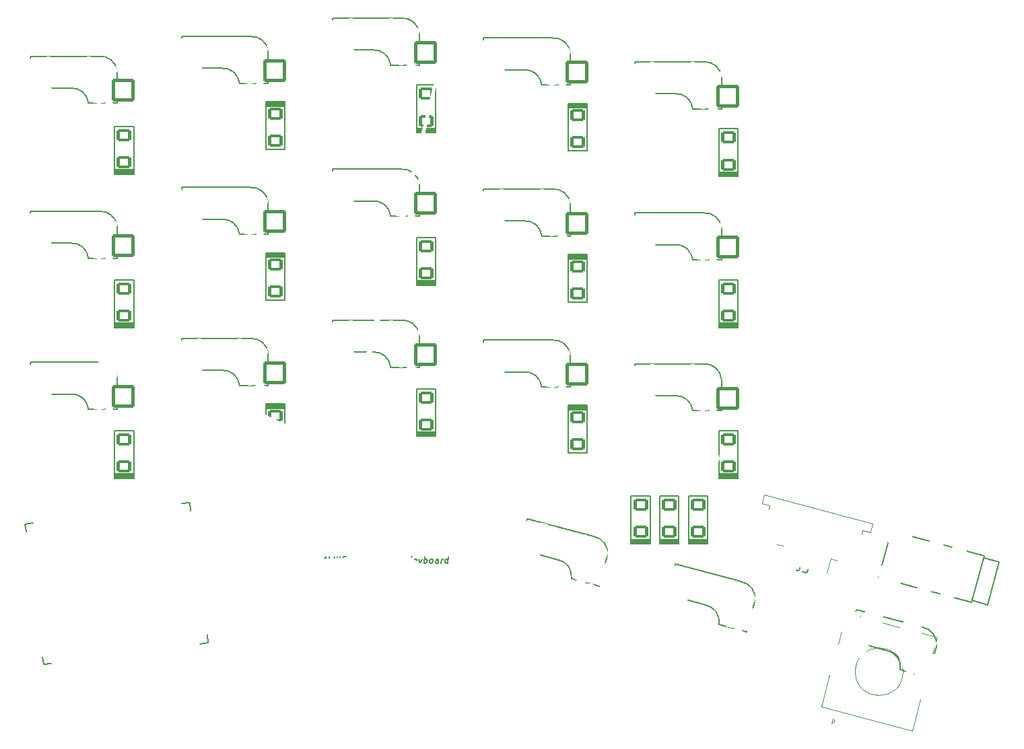
<source format=gto>
G04 #@! TF.GenerationSoftware,KiCad,Pcbnew,7.0.5*
G04 #@! TF.CreationDate,2024-01-08T16:38:30+08:00*
G04 #@! TF.ProjectId,awkb_v2_mx,61776b62-5f76-4325-9f6d-782e6b696361,rev?*
G04 #@! TF.SameCoordinates,Original*
G04 #@! TF.FileFunction,Legend,Top*
G04 #@! TF.FilePolarity,Positive*
%FSLAX46Y46*%
G04 Gerber Fmt 4.6, Leading zero omitted, Abs format (unit mm)*
G04 Created by KiCad (PCBNEW 7.0.5) date 2024-01-08 16:38:30*
%MOMM*%
%LPD*%
G01*
G04 APERTURE LIST*
G04 Aperture macros list*
%AMRoundRect*
0 Rectangle with rounded corners*
0 $1 Rounding radius*
0 $2 $3 $4 $5 $6 $7 $8 $9 X,Y pos of 4 corners*
0 Add a 4 corners polygon primitive as box body*
4,1,4,$2,$3,$4,$5,$6,$7,$8,$9,$2,$3,0*
0 Add four circle primitives for the rounded corners*
1,1,$1+$1,$2,$3*
1,1,$1+$1,$4,$5*
1,1,$1+$1,$6,$7*
1,1,$1+$1,$8,$9*
0 Add four rect primitives between the rounded corners*
20,1,$1+$1,$2,$3,$4,$5,0*
20,1,$1+$1,$4,$5,$6,$7,0*
20,1,$1+$1,$6,$7,$8,$9,0*
20,1,$1+$1,$8,$9,$2,$3,0*%
%AMHorizOval*
0 Thick line with rounded ends*
0 $1 width*
0 $2 $3 position (X,Y) of the first rounded end (center of the circle)*
0 $4 $5 position (X,Y) of the second rounded end (center of the circle)*
0 Add line between two ends*
20,1,$1,$2,$3,$4,$5,0*
0 Add two circle primitives to create the rounded ends*
1,1,$1,$2,$3*
1,1,$1,$4,$5*%
%AMFreePoly0*
4,1,37,1.246537,1.440756,1.265589,1.436966,1.337677,1.407108,1.353828,1.396317,1.409017,1.341128,1.419808,1.324977,1.449666,1.252889,1.453456,1.233837,1.457300,1.194816,1.457300,-0.746760,1.437494,-0.833537,1.398722,-0.888181,0.900881,-1.386021,0.825516,-1.433377,0.759460,-1.444600,-1.207516,-1.444600,-1.246537,-1.440756,-1.265589,-1.436966,-1.337677,-1.407108,-1.353828,-1.396317,
-1.409017,-1.341128,-1.419808,-1.324977,-1.449666,-1.252889,-1.453456,-1.233837,-1.457300,-1.194816,-1.457301,1.194816,-1.453456,1.233837,-1.449666,1.252889,-1.419808,1.324977,-1.409017,1.341128,-1.353828,1.396317,-1.337677,1.407108,-1.265589,1.436966,-1.246537,1.440756,-1.207516,1.444600,1.207516,1.444600,1.246537,1.440756,1.246537,1.440756,$1*%
%AMFreePoly1*
4,1,414,-2.663564,6.707050,-2.641221,6.706150,-2.627714,6.704682,-2.557310,6.692154,-2.496946,6.671026,-2.423852,6.631355,-2.413687,6.625023,-2.398814,6.614472,-2.158972,6.440888,-1.894926,6.250226,-1.604825,6.041150,-1.340970,5.851270,-1.340970,5.851269,-0.908659,5.540346,1.016000,5.540345,1.102777,5.520541,1.172366,5.465043,1.210986,5.384850,1.216000,5.340346,1.216000,4.009931,
1.299751,3.950054,1.397604,3.879440,1.472196,3.823385,1.475820,3.820528,1.531511,3.774507,1.538834,3.767818,1.574924,3.731412,1.599100,3.701843,1.617824,3.673864,1.642241,3.623128,1.650707,3.596451,1.659584,3.549979,1.661424,3.523819,1.657476,3.467890,1.643544,3.402871,1.621142,3.344696,1.575521,3.265763,1.570063,3.257327,1.474398,3.124598,1.474399,3.124598,
1.399655,3.020777,1.341070,2.939228,1.295956,2.876188,1.262955,2.829761,1.239581,2.796469,1.228629,2.780518,1.228382,2.778534,1.226098,2.749223,1.223899,2.705055,1.221971,2.645262,1.220353,2.568240,1.219044,2.472608,1.218021,2.356402,1.217250,2.217703,1.216700,2.054330,1.216701,2.054330,1.216336,1.864310,1.216122,1.646064,1.216022,1.397277,1.216000,1.156191,
1.216000,-0.508000,1.196194,-0.594777,1.140698,-0.664366,1.060504,-0.702986,1.016000,-0.708000,-1.300867,-0.708000,-1.317305,-0.721955,-1.374130,-0.762724,-1.456184,-0.797217,-1.462328,-0.798196,-1.521438,-0.806672,-1.610148,-0.799384,-1.618523,-0.796529,-1.683626,-0.772720,-1.726325,-0.750993,-1.765907,-0.724447,-1.770550,-0.721139,-1.786681,-0.708933,-4.832406,-0.708000,-4.919177,-0.688166,
-4.988750,-0.632650,-5.027344,-0.552444,-5.032345,-0.508064,-5.032395,-0.352086,-5.032421,-0.271829,-3.059387,-0.271830,-2.944889,-0.271615,-2.944888,-0.271615,-2.758679,-0.271042,-2.580739,-0.270256,-2.580738,-0.270256,-2.414939,-0.269261,-2.414940,-0.269261,-2.402157,-0.269159,-2.423194,-0.254061,-2.551428,-0.161856,-2.680405,-0.068976,-2.801942,0.018686,-2.907841,0.095225,-2.951636,0.126949,
-3.041522,0.192069,-3.054493,0.201448,-3.054493,-0.250384,-3.059387,-0.271830,-5.032421,-0.271829,-5.033035,1.627051,-5.116088,1.686225,-5.284226,1.806363,-5.425283,1.907915,-5.540186,1.991566,-5.630162,2.058240,-5.695871,2.108467,-5.698372,2.110442,-5.741778,2.145869,-5.747390,2.150809,-5.763238,2.165850,-5.804603,2.221793,-5.831146,2.275116,-5.852084,2.361626,-5.851576,2.378731,
-5.846892,2.443206,-5.827099,2.516549,-5.820642,2.529758,-5.788356,2.595805,-5.784989,2.601633,-4.580894,2.601633,-4.580837,2.458573,-4.580478,2.346570,-4.579555,2.262461,-4.577881,2.203736,-4.577285,2.194667,-4.548415,2.172831,-4.483289,2.124673,-4.404467,2.067194,-4.317291,2.004343,-4.304320,1.995049,-3.789717,1.626690,-3.693155,1.557418,-3.588658,1.482202,-3.493513,1.413516,
-3.493469,1.417579,-3.492215,1.570234,-3.491128,1.743282,-3.490225,1.934674,-3.489527,2.141404,-3.489052,2.361431,-3.488816,2.592405,-3.488794,2.690627,-3.488794,4.145613,-3.780439,4.145613,-3.797838,4.121466,-3.833847,4.071538,-3.884822,4.000919,-3.945645,3.916699,-4.011204,3.825953,-4.061105,3.756906,-4.138874,3.649180,-4.227667,3.525969,-4.318193,3.400180,-4.401743,3.283907,
-4.432523,3.241007,-4.580894,3.034101,-4.580894,2.601633,-5.784989,2.601633,-5.781445,2.607769,-5.775409,2.616730,-5.747746,2.656569,-5.702905,2.720059,-5.642947,2.804351,-5.569964,2.906530,-5.486213,3.023444,-5.393993,3.151881,-5.295612,3.288617,-5.193407,3.430389,-5.157803,3.479711,-5.032345,3.653438,-5.032345,4.562763,-3.478749,4.562763,-3.254493,4.562763,-3.167716,4.542957,
-3.098127,4.487461,-3.059507,4.407267,-3.054493,4.362825,-3.053482,1.095367,-2.755790,0.881825,-2.538863,0.726188,-2.348318,0.589414,-2.182662,0.470425,-2.040390,0.368136,-1.919993,0.281460,-1.830611,0.216986,-1.818379,1.744532,-1.390887,1.744532,-1.390887,0.872621,-1.390687,0.684777,-1.390113,0.507776,-1.389488,0.395984,-1.362208,0.434001,-1.282405,0.545014,-1.202983,0.655306,
-1.126858,0.760817,-1.056931,0.857505,-0.996121,0.941303,-0.964901,0.984151,-0.913707,1.054538,-0.851488,1.140514,-0.788030,1.228536,-0.750017,1.281458,-0.468879,1.673602,-0.418955,1.742967,-0.420240,1.742985,-0.587428,1.744095,-0.788602,1.744526,-0.788601,1.744526,-0.819150,1.744532,-1.390887,1.744532,-1.818379,1.744532,-1.816764,1.946135,-1.816608,1.965721,-1.796105,2.052336,
-1.740054,2.121479,-1.659553,2.159454,-1.617377,2.164117,-0.111097,2.169868,0.138817,2.516086,0.227450,2.638853,0.320064,2.767098,0.411852,2.894166,0.498011,3.013410,0.573742,3.118189,0.634535,3.202258,0.779387,3.402484,0.778132,3.427196,0.736528,3.458396,0.663454,3.512361,0.580098,3.572686,0.503228,3.627241,0.499236,3.630032,0.490935,3.635826,-0.332040,3.040808,
-0.491563,2.925814,-0.643339,2.817068,-0.784955,2.716258,-0.914136,2.624974,-1.028637,2.544784,-1.126312,2.477194,-1.205320,2.423507,-1.263590,2.385237,-1.267202,2.382973,-1.300050,2.363349,-1.335772,2.346546,-1.341637,2.344468,-1.430043,2.334129,-1.514180,2.363173,-1.549349,2.390986,-1.568831,2.410314,-1.575615,2.417759,-1.612287,2.462315,-1.614024,2.464486,-1.661873,2.526034,
-1.719812,2.602912,-1.784355,2.690558,-1.813064,2.730129,-1.897224,2.846653,-1.992502,2.978597,-2.090826,3.114777,-2.184002,3.243845,-2.251013,3.336686,-2.319043,3.430882,-2.402203,3.545922,-2.402202,3.545922,-2.495312,3.674648,-2.495313,3.674648,-2.593439,3.810237,-2.593438,3.810237,-2.691394,3.945522,-2.790634,4.082500,-2.879547,4.205244,-2.970969,4.331572,-3.060519,4.455420,
-3.143837,4.570758,-3.216578,4.671573,-3.274379,4.751822,-3.283113,4.763969,-3.308252,4.798680,-3.309485,4.796953,-3.367768,4.715859,-3.427376,4.633472,-3.478749,4.562763,-5.032345,4.562763,-5.032345,5.088893,-4.580894,5.088894,-4.580894,4.835834,-4.580509,4.692777,-4.579279,4.581848,-4.578828,4.564933,-4.530979,4.564588,-4.453634,4.565158,-4.384004,4.566788,-4.373602,4.567285,
-4.372294,4.568938,-4.320581,4.638596,-4.253334,4.732398,-4.221007,4.778279,-4.190391,4.821521,-4.144475,4.885859,-4.088149,4.964468,-4.026093,5.050817,-3.998998,5.088421,-4.071032,5.088758,-4.179382,5.088875,-2.969943,5.088875,-2.904744,4.998038,-2.807937,4.863599,-2.691454,4.702178,-2.555289,4.513770,-2.555289,4.513770,-2.399346,4.298241,-2.399346,4.298240,-2.223932,4.056015,
-2.191157,4.010778,-2.057824,3.826715,-1.942489,3.667405,-1.843008,3.529873,-1.757234,3.411137,-1.683021,3.308215,-1.618222,3.218130,-1.560700,3.137912,-1.508322,3.064603,-1.458972,2.995262,-1.414225,2.932165,-1.359497,2.855894,-1.355693,2.850744,-1.307082,2.885041,-1.205315,2.957385,-1.088324,3.041002,-0.958198,3.134408,-0.818136,3.235324,-0.818137,3.235325,-0.691009,3.327222,
-0.540362,3.436266,-0.395328,3.541212,-0.258867,3.639921,-0.133822,3.730337,-0.023033,3.810409,0.070663,3.878086,0.112494,3.908272,0.101072,3.916610,0.054852,3.950351,-0.046932,4.023566,-0.165523,4.108922,-0.291229,4.199442,-0.413710,4.287679,-0.507292,4.355131,-0.507291,4.355131,-0.608845,4.428321,-0.608843,4.428321,-0.729816,4.515456,-0.729816,4.515456,-0.861943,4.610589,
-0.996814,4.707660,-1.126055,4.800645,-1.193145,4.848896,-1.193144,4.848896,-1.526707,5.088757,-2.969943,5.088875,-4.179382,5.088875,-4.196977,5.088894,-4.580894,5.088894,-5.032345,5.088893,-5.032345,5.340346,-5.012538,5.427123,-4.957043,5.496712,-4.876849,5.535332,-4.832345,5.540346,-3.672979,5.540346,-3.671844,5.541921,-2.774877,5.541921,-2.654613,5.541104,-2.503084,5.540526,
-2.354041,5.540346,-2.192679,5.540502,-2.154401,5.540618,-2.179528,5.558770,-2.410073,5.725327,-2.472505,5.770435,-2.549554,5.824927,-2.563214,5.834142,-2.593747,5.792542,-2.653498,5.710414,-2.716249,5.623563,-2.774877,5.541921,-3.671844,5.541921,-3.451646,5.847456,-3.331591,6.014124,-3.229883,6.155310,-3.144709,6.273254,-3.074211,6.370242,-3.016438,6.448685,-2.969891,6.510352,
-2.968577,6.512055,-2.931280,6.559320,-2.928782,6.562361,-2.897756,6.598645,-2.892800,6.604029,-2.864383,6.632720,-2.854177,6.641712,-2.832303,6.658487,-2.792701,6.682153,-2.779068,6.688291,-2.724859,6.703967,-2.712337,6.705731,-2.677032,6.707549,-2.663564,6.707050,-2.663564,6.707050,$1*%
%AMFreePoly2*
4,1,22,0.106406,0.569345,0.141421,0.541421,0.741421,-0.058579,0.788777,-0.133944,0.800000,-0.200000,0.800000,-0.400000,0.780193,-0.486777,0.724698,-0.556366,0.644504,-0.594986,0.600000,-0.600000,-0.600000,-0.600000,-0.686777,-0.580194,-0.756366,-0.524698,-0.794986,-0.444504,-0.800000,-0.400000,-0.800000,-0.200000,-0.780194,-0.113223,-0.741421,-0.058579,-0.141421,0.541421,-0.066056,0.588777,
0.022393,0.598742,0.106406,0.569345,0.106406,0.569345,$1*%
%AMFreePoly3*
4,1,26,0.686777,0.430194,0.756366,0.374698,0.794986,0.294504,0.800000,0.250000,0.800000,-1.000000,0.780194,-1.086777,0.724698,-1.156366,0.644504,-1.194986,0.555496,-1.194986,0.475302,-1.156366,0.458579,-1.141421,0.000000,-0.682842,-0.458579,-1.141421,-0.533944,-1.188778,-0.622393,-1.198742,-0.706406,-1.169345,-0.769345,-1.106406,-0.798742,-1.022393,-0.800000,-1.000000,-0.800000,0.250000,
-0.780194,0.336777,-0.724699,0.406366,-0.644505,0.444986,-0.600000,0.450000,0.600000,0.450000,0.686777,0.430194,0.686777,0.430194,$1*%
G04 Aperture macros list end*
%ADD10C,0.150000*%
%ADD11C,0.200000*%
%ADD12C,0.120000*%
%ADD13C,0.100000*%
%ADD14RoundRect,0.200000X0.700000X-0.600000X0.700000X0.600000X-0.700000X0.600000X-0.700000X-0.600000X0*%
%ADD15RoundRect,0.200000X-0.700000X0.600000X-0.700000X-0.600000X0.700000X-0.600000X0.700000X0.600000X0*%
%ADD16C,3.600000*%
%ADD17C,2.100000*%
%ADD18C,3.400000*%
%ADD19C,4.400000*%
%ADD20FreePoly0,345.000000*%
%ADD21RoundRect,0.200000X-1.524314X-0.880063X0.880063X-1.524314X1.524314X0.880063X-0.880063X1.524314X0*%
%ADD22FreePoly0,0.000000*%
%ADD23RoundRect,0.200000X-1.244597X-1.244597X1.244597X-1.244597X1.244597X1.244597X-1.244597X1.244597X0*%
%ADD24RoundRect,0.200000X0.553426X0.886986X-0.035788X1.044866X-0.553426X-0.886986X0.035788X-1.044866X0*%
%ADD25RoundRect,0.200000X1.760215X1.391849X-0.828466X2.085484X-1.760215X-1.391849X0.828466X-2.085484X0*%
%ADD26FreePoly1,35.000000*%
%ADD27C,1.200000*%
%ADD28HorizOval,2.000000X-0.193185X0.051764X0.193185X-0.051764X0*%
%ADD29C,2.400000*%
%ADD30RoundRect,0.200000X0.551815X-1.804300X1.380036X1.286662X-0.551815X1.804300X-1.380036X-1.286662X0*%
%ADD31C,2.000000*%
%ADD32FreePoly2,187.500000*%
%ADD33FreePoly2,7.500000*%
%ADD34FreePoly3,187.500000*%
%ADD35FreePoly3,7.500000*%
%ADD36RoundRect,0.425000X0.340272X0.400580X-0.094394X0.517049X-0.340272X-0.400580X0.094394X-0.517049X0*%
%ADD37HorizOval,1.300000X0.064705X0.241481X-0.064705X-0.241481X0*%
%ADD38C,1.100000*%
G04 APERTURE END LIST*
D10*
X131446026Y-129412917D02*
X131826978Y-129412917D01*
X131341264Y-129641489D02*
X131707931Y-128841489D01*
X131707931Y-128841489D02*
X131874597Y-129641489D01*
X132165073Y-128841489D02*
X132255550Y-129641489D01*
X132255550Y-129641489D02*
X132479359Y-129070060D01*
X132479359Y-129070060D02*
X132560311Y-129641489D01*
X132560311Y-129641489D02*
X132850788Y-128841489D01*
X133055550Y-129641489D02*
X133155550Y-128841489D01*
X133512693Y-129641489D02*
X133226978Y-129184346D01*
X133612693Y-128841489D02*
X133098407Y-129298632D01*
X134174597Y-129222441D02*
X134284121Y-129260536D01*
X134284121Y-129260536D02*
X134317455Y-129298632D01*
X134317455Y-129298632D02*
X134346026Y-129374822D01*
X134346026Y-129374822D02*
X134331740Y-129489108D01*
X134331740Y-129489108D02*
X134284121Y-129565298D01*
X134284121Y-129565298D02*
X134241264Y-129603394D01*
X134241264Y-129603394D02*
X134160312Y-129641489D01*
X134160312Y-129641489D02*
X133855550Y-129641489D01*
X133855550Y-129641489D02*
X133955550Y-128841489D01*
X133955550Y-128841489D02*
X134222216Y-128841489D01*
X134222216Y-128841489D02*
X134293645Y-128879584D01*
X134293645Y-128879584D02*
X134326978Y-128917679D01*
X134326978Y-128917679D02*
X134355550Y-128993870D01*
X134355550Y-128993870D02*
X134346026Y-129070060D01*
X134346026Y-129070060D02*
X134298407Y-129146251D01*
X134298407Y-129146251D02*
X134255550Y-129184346D01*
X134255550Y-129184346D02*
X134174597Y-129222441D01*
X134174597Y-129222441D02*
X133907931Y-129222441D01*
X135303169Y-129336727D02*
X135912693Y-129336727D01*
X136855550Y-129412917D02*
X137236502Y-129412917D01*
X136750788Y-129641489D02*
X137117455Y-128841489D01*
X137117455Y-128841489D02*
X137284121Y-129641489D01*
X138184121Y-128841489D02*
X138274598Y-129641489D01*
X138274598Y-129641489D02*
X138498407Y-129070060D01*
X138498407Y-129070060D02*
X138579359Y-129641489D01*
X138579359Y-129641489D02*
X138869836Y-128841489D01*
X139384122Y-129603394D02*
X139303169Y-129641489D01*
X139303169Y-129641489D02*
X139150788Y-129641489D01*
X139150788Y-129641489D02*
X139079360Y-129603394D01*
X139079360Y-129603394D02*
X139050788Y-129527203D01*
X139050788Y-129527203D02*
X139088884Y-129222441D01*
X139088884Y-129222441D02*
X139136503Y-129146251D01*
X139136503Y-129146251D02*
X139217455Y-129108155D01*
X139217455Y-129108155D02*
X139369836Y-129108155D01*
X139369836Y-129108155D02*
X139441264Y-129146251D01*
X139441264Y-129146251D02*
X139469836Y-129222441D01*
X139469836Y-129222441D02*
X139460312Y-129298632D01*
X139460312Y-129298632D02*
X139069836Y-129374822D01*
X139760312Y-129641489D02*
X139826978Y-129108155D01*
X139860312Y-128841489D02*
X139817455Y-128879584D01*
X139817455Y-128879584D02*
X139850788Y-128917679D01*
X139850788Y-128917679D02*
X139893645Y-128879584D01*
X139893645Y-128879584D02*
X139860312Y-128841489D01*
X139860312Y-128841489D02*
X139850788Y-128917679D01*
X140141264Y-129641489D02*
X140207930Y-129108155D01*
X140188883Y-129260536D02*
X140236502Y-129184346D01*
X140236502Y-129184346D02*
X140279359Y-129146251D01*
X140279359Y-129146251D02*
X140360311Y-129108155D01*
X140360311Y-129108155D02*
X140436502Y-129108155D01*
X140979359Y-129641489D02*
X141079359Y-128841489D01*
X140984121Y-129603394D02*
X140903168Y-129641489D01*
X140903168Y-129641489D02*
X140750788Y-129641489D01*
X140750788Y-129641489D02*
X140679359Y-129603394D01*
X140679359Y-129603394D02*
X140646026Y-129565298D01*
X140646026Y-129565298D02*
X140617454Y-129489108D01*
X140617454Y-129489108D02*
X140646026Y-129260536D01*
X140646026Y-129260536D02*
X140693645Y-129184346D01*
X140693645Y-129184346D02*
X140736502Y-129146251D01*
X140736502Y-129146251D02*
X140817454Y-129108155D01*
X140817454Y-129108155D02*
X140969835Y-129108155D01*
X140969835Y-129108155D02*
X141041264Y-129146251D01*
X141969836Y-129641489D02*
X142069836Y-128841489D01*
X142426979Y-129641489D02*
X142141264Y-129184346D01*
X142526979Y-128841489D02*
X142012693Y-129298632D01*
X143079360Y-129603394D02*
X142998407Y-129641489D01*
X142998407Y-129641489D02*
X142846026Y-129641489D01*
X142846026Y-129641489D02*
X142774598Y-129603394D01*
X142774598Y-129603394D02*
X142746026Y-129527203D01*
X142746026Y-129527203D02*
X142784122Y-129222441D01*
X142784122Y-129222441D02*
X142831741Y-129146251D01*
X142831741Y-129146251D02*
X142912693Y-129108155D01*
X142912693Y-129108155D02*
X143065074Y-129108155D01*
X143065074Y-129108155D02*
X143136502Y-129146251D01*
X143136502Y-129146251D02*
X143165074Y-129222441D01*
X143165074Y-129222441D02*
X143155550Y-129298632D01*
X143155550Y-129298632D02*
X142765074Y-129374822D01*
X143446026Y-129108155D02*
X143569836Y-129641489D01*
X143826978Y-129108155D02*
X143569836Y-129641489D01*
X143569836Y-129641489D02*
X143469836Y-129831965D01*
X143469836Y-129831965D02*
X143426978Y-129870060D01*
X143426978Y-129870060D02*
X143346026Y-129908155D01*
X144065074Y-129641489D02*
X144165074Y-128841489D01*
X144126979Y-129146251D02*
X144207931Y-129108155D01*
X144207931Y-129108155D02*
X144360312Y-129108155D01*
X144360312Y-129108155D02*
X144431740Y-129146251D01*
X144431740Y-129146251D02*
X144465074Y-129184346D01*
X144465074Y-129184346D02*
X144493645Y-129260536D01*
X144493645Y-129260536D02*
X144465074Y-129489108D01*
X144465074Y-129489108D02*
X144417455Y-129565298D01*
X144417455Y-129565298D02*
X144374598Y-129603394D01*
X144374598Y-129603394D02*
X144293645Y-129641489D01*
X144293645Y-129641489D02*
X144141264Y-129641489D01*
X144141264Y-129641489D02*
X144069836Y-129603394D01*
X144903170Y-129641489D02*
X144831741Y-129603394D01*
X144831741Y-129603394D02*
X144798408Y-129565298D01*
X144798408Y-129565298D02*
X144769836Y-129489108D01*
X144769836Y-129489108D02*
X144798408Y-129260536D01*
X144798408Y-129260536D02*
X144846027Y-129184346D01*
X144846027Y-129184346D02*
X144888884Y-129146251D01*
X144888884Y-129146251D02*
X144969836Y-129108155D01*
X144969836Y-129108155D02*
X145084122Y-129108155D01*
X145084122Y-129108155D02*
X145155550Y-129146251D01*
X145155550Y-129146251D02*
X145188884Y-129184346D01*
X145188884Y-129184346D02*
X145217455Y-129260536D01*
X145217455Y-129260536D02*
X145188884Y-129489108D01*
X145188884Y-129489108D02*
X145141265Y-129565298D01*
X145141265Y-129565298D02*
X145098408Y-129603394D01*
X145098408Y-129603394D02*
X145017455Y-129641489D01*
X145017455Y-129641489D02*
X144903170Y-129641489D01*
X145855551Y-129641489D02*
X145907932Y-129222441D01*
X145907932Y-129222441D02*
X145879360Y-129146251D01*
X145879360Y-129146251D02*
X145807932Y-129108155D01*
X145807932Y-129108155D02*
X145655551Y-129108155D01*
X145655551Y-129108155D02*
X145574599Y-129146251D01*
X145860313Y-129603394D02*
X145779360Y-129641489D01*
X145779360Y-129641489D02*
X145588884Y-129641489D01*
X145588884Y-129641489D02*
X145517456Y-129603394D01*
X145517456Y-129603394D02*
X145488884Y-129527203D01*
X145488884Y-129527203D02*
X145498408Y-129451013D01*
X145498408Y-129451013D02*
X145546027Y-129374822D01*
X145546027Y-129374822D02*
X145626980Y-129336727D01*
X145626980Y-129336727D02*
X145817456Y-129336727D01*
X145817456Y-129336727D02*
X145898408Y-129298632D01*
X146236504Y-129641489D02*
X146303170Y-129108155D01*
X146284123Y-129260536D02*
X146331742Y-129184346D01*
X146331742Y-129184346D02*
X146374599Y-129146251D01*
X146374599Y-129146251D02*
X146455551Y-129108155D01*
X146455551Y-129108155D02*
X146531742Y-129108155D01*
X147074599Y-129641489D02*
X147174599Y-128841489D01*
X147079361Y-129603394D02*
X146998408Y-129641489D01*
X146998408Y-129641489D02*
X146846028Y-129641489D01*
X146846028Y-129641489D02*
X146774599Y-129603394D01*
X146774599Y-129603394D02*
X146741266Y-129565298D01*
X146741266Y-129565298D02*
X146712694Y-129489108D01*
X146712694Y-129489108D02*
X146741266Y-129260536D01*
X146741266Y-129260536D02*
X146788885Y-129184346D01*
X146788885Y-129184346D02*
X146831742Y-129146251D01*
X146831742Y-129146251D02*
X146912694Y-129108155D01*
X146912694Y-129108155D02*
X147065075Y-129108155D01*
X147065075Y-129108155D02*
X147136504Y-129146251D01*
X131455550Y-130929489D02*
X131555550Y-130129489D01*
X131555550Y-130129489D02*
X131860312Y-130129489D01*
X131860312Y-130129489D02*
X131931740Y-130167584D01*
X131931740Y-130167584D02*
X131965074Y-130205679D01*
X131965074Y-130205679D02*
X131993645Y-130281870D01*
X131993645Y-130281870D02*
X131979359Y-130396155D01*
X131979359Y-130396155D02*
X131931740Y-130472346D01*
X131931740Y-130472346D02*
X131888883Y-130510441D01*
X131888883Y-130510441D02*
X131807931Y-130548536D01*
X131807931Y-130548536D02*
X131503169Y-130548536D01*
X132722216Y-130853298D02*
X132679359Y-130891394D01*
X132679359Y-130891394D02*
X132560312Y-130929489D01*
X132560312Y-130929489D02*
X132484121Y-130929489D01*
X132484121Y-130929489D02*
X132374597Y-130891394D01*
X132374597Y-130891394D02*
X132307931Y-130815203D01*
X132307931Y-130815203D02*
X132279359Y-130739013D01*
X132279359Y-130739013D02*
X132260312Y-130586632D01*
X132260312Y-130586632D02*
X132274597Y-130472346D01*
X132274597Y-130472346D02*
X132331740Y-130319965D01*
X132331740Y-130319965D02*
X132379359Y-130243774D01*
X132379359Y-130243774D02*
X132465074Y-130167584D01*
X132465074Y-130167584D02*
X132584121Y-130129489D01*
X132584121Y-130129489D02*
X132660312Y-130129489D01*
X132660312Y-130129489D02*
X132769836Y-130167584D01*
X132769836Y-130167584D02*
X132803169Y-130205679D01*
X133374597Y-130510441D02*
X133484121Y-130548536D01*
X133484121Y-130548536D02*
X133517455Y-130586632D01*
X133517455Y-130586632D02*
X133546026Y-130662822D01*
X133546026Y-130662822D02*
X133531740Y-130777108D01*
X133531740Y-130777108D02*
X133484121Y-130853298D01*
X133484121Y-130853298D02*
X133441264Y-130891394D01*
X133441264Y-130891394D02*
X133360312Y-130929489D01*
X133360312Y-130929489D02*
X133055550Y-130929489D01*
X133055550Y-130929489D02*
X133155550Y-130129489D01*
X133155550Y-130129489D02*
X133422216Y-130129489D01*
X133422216Y-130129489D02*
X133493645Y-130167584D01*
X133493645Y-130167584D02*
X133526978Y-130205679D01*
X133526978Y-130205679D02*
X133555550Y-130281870D01*
X133555550Y-130281870D02*
X133546026Y-130358060D01*
X133546026Y-130358060D02*
X133498407Y-130434251D01*
X133498407Y-130434251D02*
X133455550Y-130472346D01*
X133455550Y-130472346D02*
X133374597Y-130510441D01*
X133374597Y-130510441D02*
X133107931Y-130510441D01*
X134807931Y-130929489D02*
X134907931Y-130129489D01*
X134812693Y-130891394D02*
X134731740Y-130929489D01*
X134731740Y-130929489D02*
X134579360Y-130929489D01*
X134579360Y-130929489D02*
X134507931Y-130891394D01*
X134507931Y-130891394D02*
X134474598Y-130853298D01*
X134474598Y-130853298D02*
X134446026Y-130777108D01*
X134446026Y-130777108D02*
X134474598Y-130548536D01*
X134474598Y-130548536D02*
X134522217Y-130472346D01*
X134522217Y-130472346D02*
X134565074Y-130434251D01*
X134565074Y-130434251D02*
X134646026Y-130396155D01*
X134646026Y-130396155D02*
X134798407Y-130396155D01*
X134798407Y-130396155D02*
X134869836Y-130434251D01*
X135498408Y-130891394D02*
X135417455Y-130929489D01*
X135417455Y-130929489D02*
X135265074Y-130929489D01*
X135265074Y-130929489D02*
X135193646Y-130891394D01*
X135193646Y-130891394D02*
X135165074Y-130815203D01*
X135165074Y-130815203D02*
X135203170Y-130510441D01*
X135203170Y-130510441D02*
X135250789Y-130434251D01*
X135250789Y-130434251D02*
X135331741Y-130396155D01*
X135331741Y-130396155D02*
X135484122Y-130396155D01*
X135484122Y-130396155D02*
X135555550Y-130434251D01*
X135555550Y-130434251D02*
X135584122Y-130510441D01*
X135584122Y-130510441D02*
X135574598Y-130586632D01*
X135574598Y-130586632D02*
X135184122Y-130662822D01*
X135841264Y-130891394D02*
X135912693Y-130929489D01*
X135912693Y-130929489D02*
X136065074Y-130929489D01*
X136065074Y-130929489D02*
X136146026Y-130891394D01*
X136146026Y-130891394D02*
X136193645Y-130815203D01*
X136193645Y-130815203D02*
X136198407Y-130777108D01*
X136198407Y-130777108D02*
X136169836Y-130700917D01*
X136169836Y-130700917D02*
X136098407Y-130662822D01*
X136098407Y-130662822D02*
X135984122Y-130662822D01*
X135984122Y-130662822D02*
X135912693Y-130624727D01*
X135912693Y-130624727D02*
X135884122Y-130548536D01*
X135884122Y-130548536D02*
X135888884Y-130510441D01*
X135888884Y-130510441D02*
X135936503Y-130434251D01*
X135936503Y-130434251D02*
X136017455Y-130396155D01*
X136017455Y-130396155D02*
X136131741Y-130396155D01*
X136131741Y-130396155D02*
X136203169Y-130434251D01*
X136522217Y-130929489D02*
X136588883Y-130396155D01*
X136622217Y-130129489D02*
X136579360Y-130167584D01*
X136579360Y-130167584D02*
X136612693Y-130205679D01*
X136612693Y-130205679D02*
X136655550Y-130167584D01*
X136655550Y-130167584D02*
X136622217Y-130129489D01*
X136622217Y-130129489D02*
X136612693Y-130205679D01*
X137312693Y-130396155D02*
X137231740Y-131043774D01*
X137231740Y-131043774D02*
X137184121Y-131119965D01*
X137184121Y-131119965D02*
X137141264Y-131158060D01*
X137141264Y-131158060D02*
X137060312Y-131196155D01*
X137060312Y-131196155D02*
X136946026Y-131196155D01*
X136946026Y-131196155D02*
X136874597Y-131158060D01*
X137250788Y-130891394D02*
X137169835Y-130929489D01*
X137169835Y-130929489D02*
X137017455Y-130929489D01*
X137017455Y-130929489D02*
X136946026Y-130891394D01*
X136946026Y-130891394D02*
X136912693Y-130853298D01*
X136912693Y-130853298D02*
X136884121Y-130777108D01*
X136884121Y-130777108D02*
X136912693Y-130548536D01*
X136912693Y-130548536D02*
X136960312Y-130472346D01*
X136960312Y-130472346D02*
X137003169Y-130434251D01*
X137003169Y-130434251D02*
X137084121Y-130396155D01*
X137084121Y-130396155D02*
X137236502Y-130396155D01*
X137236502Y-130396155D02*
X137307931Y-130434251D01*
X137693645Y-130396155D02*
X137626979Y-130929489D01*
X137684122Y-130472346D02*
X137726979Y-130434251D01*
X137726979Y-130434251D02*
X137807931Y-130396155D01*
X137807931Y-130396155D02*
X137922217Y-130396155D01*
X137922217Y-130396155D02*
X137993645Y-130434251D01*
X137993645Y-130434251D02*
X138022217Y-130510441D01*
X138022217Y-130510441D02*
X137969836Y-130929489D01*
X138660313Y-130891394D02*
X138579360Y-130929489D01*
X138579360Y-130929489D02*
X138426979Y-130929489D01*
X138426979Y-130929489D02*
X138355551Y-130891394D01*
X138355551Y-130891394D02*
X138326979Y-130815203D01*
X138326979Y-130815203D02*
X138365075Y-130510441D01*
X138365075Y-130510441D02*
X138412694Y-130434251D01*
X138412694Y-130434251D02*
X138493646Y-130396155D01*
X138493646Y-130396155D02*
X138646027Y-130396155D01*
X138646027Y-130396155D02*
X138717455Y-130434251D01*
X138717455Y-130434251D02*
X138746027Y-130510441D01*
X138746027Y-130510441D02*
X138736503Y-130586632D01*
X138736503Y-130586632D02*
X138346027Y-130662822D01*
X139379360Y-130929489D02*
X139479360Y-130129489D01*
X139384122Y-130891394D02*
X139303169Y-130929489D01*
X139303169Y-130929489D02*
X139150789Y-130929489D01*
X139150789Y-130929489D02*
X139079360Y-130891394D01*
X139079360Y-130891394D02*
X139046027Y-130853298D01*
X139046027Y-130853298D02*
X139017455Y-130777108D01*
X139017455Y-130777108D02*
X139046027Y-130548536D01*
X139046027Y-130548536D02*
X139093646Y-130472346D01*
X139093646Y-130472346D02*
X139136503Y-130434251D01*
X139136503Y-130434251D02*
X139217455Y-130396155D01*
X139217455Y-130396155D02*
X139369836Y-130396155D01*
X139369836Y-130396155D02*
X139441265Y-130434251D01*
X140369837Y-130929489D02*
X140469837Y-130129489D01*
X140431742Y-130434251D02*
X140512694Y-130396155D01*
X140512694Y-130396155D02*
X140665075Y-130396155D01*
X140665075Y-130396155D02*
X140736503Y-130434251D01*
X140736503Y-130434251D02*
X140769837Y-130472346D01*
X140769837Y-130472346D02*
X140798408Y-130548536D01*
X140798408Y-130548536D02*
X140769837Y-130777108D01*
X140769837Y-130777108D02*
X140722218Y-130853298D01*
X140722218Y-130853298D02*
X140679361Y-130891394D01*
X140679361Y-130891394D02*
X140598408Y-130929489D01*
X140598408Y-130929489D02*
X140446027Y-130929489D01*
X140446027Y-130929489D02*
X140374599Y-130891394D01*
X141084123Y-130396155D02*
X141207933Y-130929489D01*
X141465075Y-130396155D02*
X141207933Y-130929489D01*
X141207933Y-130929489D02*
X141107933Y-131119965D01*
X141107933Y-131119965D02*
X141065075Y-131158060D01*
X141065075Y-131158060D02*
X140984123Y-131196155D01*
X142641266Y-130129489D02*
X142569838Y-130700917D01*
X142569838Y-130700917D02*
X142517457Y-130815203D01*
X142517457Y-130815203D02*
X142431742Y-130891394D01*
X142431742Y-130891394D02*
X142312695Y-130929489D01*
X142312695Y-130929489D02*
X142236504Y-130929489D01*
X142946028Y-130129489D02*
X143036505Y-130929489D01*
X143036505Y-130929489D02*
X143260314Y-130358060D01*
X143260314Y-130358060D02*
X143341266Y-130929489D01*
X143341266Y-130929489D02*
X143631743Y-130129489D01*
X143846029Y-130853298D02*
X143879362Y-130891394D01*
X143879362Y-130891394D02*
X143836505Y-130929489D01*
X143836505Y-130929489D02*
X143803171Y-130891394D01*
X143803171Y-130891394D02*
X143846029Y-130853298D01*
X143846029Y-130853298D02*
X143836505Y-130929489D01*
X191510881Y-129669978D02*
X191326011Y-130359925D01*
X191326011Y-130359925D02*
X191243040Y-130485590D01*
X191243040Y-130485590D02*
X191126398Y-130552933D01*
X191126398Y-130552933D02*
X190976083Y-130561956D01*
X190976083Y-130561956D02*
X190884091Y-130537306D01*
X191878853Y-129768576D02*
X192476807Y-129928797D01*
X192476807Y-129928797D02*
X192056234Y-130210496D01*
X192056234Y-130210496D02*
X192194224Y-130247470D01*
X192194224Y-130247470D02*
X192273892Y-130318116D01*
X192273892Y-130318116D02*
X192307564Y-130376437D01*
X192307564Y-130376437D02*
X192328911Y-130480755D01*
X192328911Y-130480755D02*
X192267287Y-130710737D01*
X192267287Y-130710737D02*
X192196641Y-130790405D01*
X192196641Y-130790405D02*
X192138320Y-130824077D01*
X192138320Y-130824077D02*
X192034002Y-130845424D01*
X192034002Y-130845424D02*
X191758024Y-130771476D01*
X191758024Y-130771476D02*
X191678355Y-130700830D01*
X191678355Y-130700830D02*
X191644684Y-130642509D01*
D11*
X181167650Y-93985194D02*
X183567650Y-93985194D01*
X183567650Y-93985194D02*
X183567650Y-99985194D01*
X183567650Y-99985194D02*
X181167650Y-99985194D01*
X181167650Y-99985194D02*
X181167650Y-93985194D01*
X183567650Y-99985194D02*
X181167650Y-99985194D01*
X181167650Y-99426794D01*
X183567650Y-99426794D01*
X183567650Y-99985194D01*
G36*
X183567650Y-99985194D02*
G01*
X181167650Y-99985194D01*
X181167650Y-99426794D01*
X183567650Y-99426794D01*
X183567650Y-99985194D01*
G37*
X164567952Y-96784794D02*
X162167952Y-96784794D01*
X162167952Y-96784794D02*
X162167952Y-90784794D01*
X162167952Y-90784794D02*
X164567952Y-90784794D01*
X164567952Y-90784794D02*
X164567952Y-96784794D01*
X164567952Y-91343194D02*
X162167952Y-91343194D01*
X162167952Y-90784794D01*
X164567952Y-90784794D01*
X164567952Y-91343194D01*
G36*
X164567952Y-91343194D02*
G01*
X162167952Y-91343194D01*
X162167952Y-90784794D01*
X164567952Y-90784794D01*
X164567952Y-91343194D01*
G37*
X126568352Y-115584594D02*
X124168352Y-115584594D01*
X124168352Y-115584594D02*
X124168352Y-109584594D01*
X124168352Y-109584594D02*
X126568352Y-109584594D01*
X126568352Y-109584594D02*
X126568352Y-115584594D01*
X126568352Y-110142994D02*
X124168352Y-110142994D01*
X124168352Y-109584594D01*
X126568352Y-109584594D01*
X126568352Y-110142994D01*
G36*
X126568352Y-110142994D02*
G01*
X124168352Y-110142994D01*
X124168352Y-109584594D01*
X126568352Y-109584594D01*
X126568352Y-110142994D01*
G37*
X170114152Y-121206794D02*
X172514152Y-121206794D01*
X172514152Y-121206794D02*
X172514152Y-127206794D01*
X172514152Y-127206794D02*
X170114152Y-127206794D01*
X170114152Y-127206794D02*
X170114152Y-121206794D01*
X172514152Y-127206794D02*
X170114152Y-127206794D01*
X170114152Y-126648394D01*
X172514152Y-126648394D01*
X172514152Y-127206794D01*
G36*
X172514152Y-127206794D02*
G01*
X170114152Y-127206794D01*
X170114152Y-126648394D01*
X172514152Y-126648394D01*
X172514152Y-127206794D01*
G37*
D10*
X175638301Y-129733059D02*
X183969412Y-131965373D01*
X174626837Y-133507897D02*
X175638301Y-129733059D01*
X174614931Y-133552330D02*
X179480951Y-134903798D01*
X185661161Y-134441606D02*
X184640119Y-138252183D01*
X184637790Y-138260876D02*
X181150798Y-137326540D01*
X181152181Y-137302063D02*
G75*
G03*
X179455767Y-134901192I-2048642J352229D01*
G01*
X185668653Y-134371144D02*
G75*
G03*
X183969412Y-131965374I-2052505J353265D01*
G01*
D11*
X164567952Y-115785194D02*
X162167952Y-115785194D01*
X162167952Y-115785194D02*
X162167952Y-109785194D01*
X162167952Y-109785194D02*
X164567952Y-109785194D01*
X164567952Y-109785194D02*
X164567952Y-115785194D01*
X164567952Y-110343594D02*
X162167952Y-110343594D01*
X162167952Y-109785194D01*
X164567952Y-109785194D01*
X164567952Y-110343594D01*
G36*
X164567952Y-110343594D02*
G01*
X162167952Y-110343594D01*
X162167952Y-109785194D01*
X164567952Y-109785194D01*
X164567952Y-110343594D01*
G37*
X143167752Y-107684794D02*
X145567752Y-107684794D01*
X145567752Y-107684794D02*
X145567752Y-113684794D01*
X145567752Y-113684794D02*
X143167752Y-113684794D01*
X143167752Y-113684794D02*
X143167752Y-107684794D01*
X145567752Y-113684794D02*
X143167752Y-113684794D01*
X143167752Y-113126394D01*
X145567752Y-113126394D01*
X145567752Y-113684794D01*
G36*
X145567752Y-113684794D02*
G01*
X143167752Y-113684794D01*
X143167752Y-113126394D01*
X145567752Y-113126394D01*
X145567752Y-113684794D01*
G37*
X181167650Y-74985394D02*
X183567650Y-74985394D01*
X183567650Y-74985394D02*
X183567650Y-80985394D01*
X183567650Y-80985394D02*
X181167650Y-80985394D01*
X181167650Y-80985394D02*
X181167650Y-74985394D01*
X183567650Y-80985394D02*
X181167650Y-80985394D01*
X181167650Y-80426994D01*
X183567650Y-80426994D01*
X183567650Y-80985394D01*
G36*
X183567650Y-80985394D02*
G01*
X181167650Y-80985394D01*
X181167650Y-80426994D01*
X183567650Y-80426994D01*
X183567650Y-80985394D01*
G37*
D10*
X151581141Y-63561724D02*
X160206141Y-63561724D01*
X151581141Y-67469724D02*
X151581141Y-63561724D01*
X151581141Y-67515724D02*
X156631141Y-67561724D01*
X162481141Y-65515724D02*
X162481141Y-69460724D01*
X162481141Y-69469724D02*
X158871141Y-69469724D01*
X158866141Y-69445723D02*
G75*
G03*
X156606141Y-67565725I-2069999J-190001D01*
G01*
X162470141Y-65445724D02*
G75*
G03*
X160206141Y-63561725I-2073999J-190000D01*
G01*
X151581141Y-82561684D02*
X160206141Y-82561684D01*
X151581141Y-86469684D02*
X151581141Y-82561684D01*
X151581141Y-86515684D02*
X156631141Y-86561684D01*
X162481141Y-84515684D02*
X162481141Y-88460684D01*
X162481141Y-88469684D02*
X158871141Y-88469684D01*
X158866141Y-88445683D02*
G75*
G03*
X156606141Y-86565685I-2069999J-190001D01*
G01*
X162470141Y-84445684D02*
G75*
G03*
X160206141Y-82561685I-2073999J-190000D01*
G01*
D11*
X143167752Y-69484634D02*
X145567752Y-69484634D01*
X145567752Y-69484634D02*
X145567752Y-75484634D01*
X145567752Y-75484634D02*
X143167752Y-75484634D01*
X143167752Y-75484634D02*
X143167752Y-69484634D01*
X145567752Y-75484634D02*
X143167752Y-75484634D01*
X143167752Y-74926234D01*
X145567752Y-74926234D01*
X145567752Y-75484634D01*
G36*
X145567752Y-75484634D02*
G01*
X143167752Y-75484634D01*
X143167752Y-74926234D01*
X145567752Y-74926234D01*
X145567752Y-75484634D01*
G37*
X126568352Y-96584994D02*
X124168352Y-96584994D01*
X124168352Y-96584994D02*
X124168352Y-90584994D01*
X124168352Y-90584994D02*
X126568352Y-90584994D01*
X126568352Y-90584994D02*
X126568352Y-96584994D01*
X126568352Y-91143394D02*
X124168352Y-91143394D01*
X124168352Y-90584994D01*
X126568352Y-90584994D01*
X126568352Y-91143394D01*
G36*
X126568352Y-91143394D02*
G01*
X124168352Y-91143394D01*
X124168352Y-90584994D01*
X126568352Y-90584994D01*
X126568352Y-91143394D01*
G37*
D10*
X157084676Y-124036198D02*
X165415787Y-126268512D01*
X156073212Y-127811036D02*
X157084676Y-124036198D01*
X156061306Y-127855469D02*
X160927326Y-129206937D01*
X167107536Y-128744745D02*
X166086494Y-132555322D01*
X166084165Y-132564015D02*
X162597173Y-131629679D01*
X162598556Y-131605202D02*
G75*
G03*
X160902142Y-129204331I-2048642J352229D01*
G01*
X167115028Y-128674283D02*
G75*
G03*
X165415787Y-126268513I-2052505J353265D01*
G01*
X151581141Y-101562084D02*
X160206141Y-101562084D01*
X151581141Y-105470084D02*
X151581141Y-101562084D01*
X151581141Y-105516084D02*
X156631141Y-105562084D01*
X162481141Y-103516084D02*
X162481141Y-107461084D01*
X162481141Y-107470084D02*
X158871141Y-107470084D01*
X158866141Y-107446083D02*
G75*
G03*
X156606141Y-105566085I-2069999J-190001D01*
G01*
X162470141Y-103446084D02*
G75*
G03*
X160206141Y-101562085I-2073999J-190000D01*
G01*
D11*
X181167650Y-112985194D02*
X183567650Y-112985194D01*
X183567650Y-112985194D02*
X183567650Y-118985194D01*
X183567650Y-118985194D02*
X181167650Y-118985194D01*
X181167650Y-118985194D02*
X181167650Y-112985194D01*
X183567650Y-118985194D02*
X181167650Y-118985194D01*
X181167650Y-118426794D01*
X183567650Y-118426794D01*
X183567650Y-118985194D01*
G36*
X183567650Y-118985194D02*
G01*
X181167650Y-118985194D01*
X181167650Y-118426794D01*
X183567650Y-118426794D01*
X183567650Y-118985194D01*
G37*
X105168152Y-74684994D02*
X107568152Y-74684994D01*
X107568152Y-74684994D02*
X107568152Y-80684994D01*
X107568152Y-80684994D02*
X105168152Y-80684994D01*
X105168152Y-80684994D02*
X105168152Y-74684994D01*
X107568152Y-80684994D02*
X105168152Y-80684994D01*
X105168152Y-80126594D01*
X107568152Y-80126594D01*
X107568152Y-80684994D01*
G36*
X107568152Y-80684994D02*
G01*
X105168152Y-80684994D01*
X105168152Y-80126594D01*
X107568152Y-80126594D01*
X107568152Y-80684994D01*
G37*
D10*
X94581341Y-65861884D02*
X103206341Y-65861884D01*
X94581341Y-69769884D02*
X94581341Y-65861884D01*
X94581341Y-69815884D02*
X99631341Y-69861884D01*
X105481341Y-67815884D02*
X105481341Y-71760884D01*
X105481341Y-71769884D02*
X101871341Y-71769884D01*
X101866341Y-71745883D02*
G75*
G03*
X99606341Y-69865885I-2069999J-190001D01*
G01*
X105470341Y-67745884D02*
G75*
G03*
X103206341Y-65861885I-2073999J-190000D01*
G01*
X170580839Y-85562084D02*
X179205839Y-85562084D01*
X170580839Y-89470084D02*
X170580839Y-85562084D01*
X170580839Y-89516084D02*
X175630839Y-89562084D01*
X181480839Y-87516084D02*
X181480839Y-91461084D01*
X181480839Y-91470084D02*
X177870839Y-91470084D01*
X177865839Y-91446083D02*
G75*
G03*
X175605839Y-89566085I-2069999J-190001D01*
G01*
X181469839Y-87446084D02*
G75*
G03*
X179205839Y-85562085I-2073999J-190000D01*
G01*
D11*
X143167752Y-88684594D02*
X145567752Y-88684594D01*
X145567752Y-88684594D02*
X145567752Y-94684594D01*
X145567752Y-94684594D02*
X143167752Y-94684594D01*
X143167752Y-94684594D02*
X143167752Y-88684594D01*
X145567752Y-94684594D02*
X143167752Y-94684594D01*
X143167752Y-94126194D01*
X145567752Y-94126194D01*
X145567752Y-94684594D01*
G36*
X145567752Y-94684594D02*
G01*
X143167752Y-94684594D01*
X143167752Y-94126194D01*
X145567752Y-94126194D01*
X145567752Y-94684594D01*
G37*
D10*
X170580839Y-66562284D02*
X179205839Y-66562284D01*
X170580839Y-70470284D02*
X170580839Y-66562284D01*
X170580839Y-70516284D02*
X175630839Y-70562284D01*
X181480839Y-68516284D02*
X181480839Y-72461284D01*
X181480839Y-72470284D02*
X177870839Y-72470284D01*
X177865839Y-72446283D02*
G75*
G03*
X175605839Y-70566285I-2069999J-190001D01*
G01*
X181469839Y-68446284D02*
G75*
G03*
X179205839Y-66562285I-2073999J-190000D01*
G01*
D11*
X126568352Y-77585394D02*
X124168352Y-77585394D01*
X124168352Y-77585394D02*
X124168352Y-71585394D01*
X124168352Y-71585394D02*
X126568352Y-71585394D01*
X126568352Y-71585394D02*
X126568352Y-77585394D01*
X126568352Y-72143794D02*
X124168352Y-72143794D01*
X124168352Y-71585394D01*
X126568352Y-71585394D01*
X126568352Y-72143794D01*
G36*
X126568352Y-72143794D02*
G01*
X124168352Y-72143794D01*
X124168352Y-71585394D01*
X126568352Y-71585394D01*
X126568352Y-72143794D01*
G37*
X173728152Y-121206794D02*
X176128152Y-121206794D01*
X176128152Y-121206794D02*
X176128152Y-127206794D01*
X176128152Y-127206794D02*
X173728152Y-127206794D01*
X173728152Y-127206794D02*
X173728152Y-121206794D01*
X176128152Y-127206794D02*
X173728152Y-127206794D01*
X173728152Y-126648394D01*
X176128152Y-126648394D01*
X176128152Y-127206794D01*
G36*
X176128152Y-127206794D02*
G01*
X173728152Y-127206794D01*
X173728152Y-126648394D01*
X176128152Y-126648394D01*
X176128152Y-127206794D01*
G37*
D12*
X200229056Y-125737598D02*
X199238982Y-125472308D01*
X200516345Y-124665420D02*
X200229056Y-125737598D01*
X199238982Y-125472308D02*
X199099220Y-125993908D01*
X195990138Y-129270879D02*
X195193249Y-129057353D01*
X195193249Y-129057353D02*
X194727375Y-130796019D01*
X189272124Y-127470792D02*
X188475235Y-127257266D01*
X187421177Y-122864786D02*
X187560939Y-122343186D01*
X187560939Y-122343186D02*
X186570865Y-122077896D01*
X186570865Y-122077896D02*
X186858154Y-121005719D01*
X186858154Y-121005719D02*
X200516345Y-124665420D01*
D10*
X94581341Y-104361684D02*
X103206341Y-104361684D01*
X94581341Y-108269684D02*
X94581341Y-104361684D01*
X94581341Y-108315684D02*
X99631341Y-108361684D01*
X105481341Y-106315684D02*
X105481341Y-110260684D01*
X105481341Y-110269684D02*
X101871341Y-110269684D01*
X101866341Y-110245683D02*
G75*
G03*
X99606341Y-108365685I-2069999J-190001D01*
G01*
X105470341Y-106245684D02*
G75*
G03*
X103206341Y-104361685I-2073999J-190000D01*
G01*
D11*
X177342152Y-121206794D02*
X179742152Y-121206794D01*
X179742152Y-121206794D02*
X179742152Y-127206794D01*
X179742152Y-127206794D02*
X177342152Y-127206794D01*
X177342152Y-127206794D02*
X177342152Y-121206794D01*
X179742152Y-127206794D02*
X177342152Y-127206794D01*
X177342152Y-126648394D01*
X179742152Y-126648394D01*
X179742152Y-127206794D01*
G36*
X179742152Y-127206794D02*
G01*
X177342152Y-127206794D01*
X177342152Y-126648394D01*
X179742152Y-126648394D01*
X179742152Y-127206794D01*
G37*
D10*
X113581541Y-101361484D02*
X122206541Y-101361484D01*
X113581541Y-105269484D02*
X113581541Y-101361484D01*
X113581541Y-105315484D02*
X118631541Y-105361484D01*
X124481541Y-103315484D02*
X124481541Y-107260484D01*
X124481541Y-107269484D02*
X120871541Y-107269484D01*
X120866541Y-107245483D02*
G75*
G03*
X118606541Y-105365485I-2069999J-190001D01*
G01*
X124470541Y-103245484D02*
G75*
G03*
X122206541Y-101361485I-2073999J-190000D01*
G01*
X198457075Y-135463186D02*
X206788186Y-137695500D01*
X197445611Y-139238024D02*
X198457075Y-135463186D01*
X197433705Y-139282457D02*
X202299725Y-140633925D01*
X208479935Y-140171733D02*
X207458893Y-143982310D01*
X207456564Y-143991003D02*
X203969572Y-143056667D01*
X203970955Y-143032190D02*
G75*
G03*
X202274541Y-140631319I-2048642J352229D01*
G01*
X208487427Y-140101271D02*
G75*
G03*
X206788186Y-137695501I-2052505J353265D01*
G01*
X113581541Y-63362284D02*
X122206541Y-63362284D01*
X113581541Y-67270284D02*
X113581541Y-63362284D01*
X113581541Y-67316284D02*
X118631541Y-67362284D01*
X124481541Y-65316284D02*
X124481541Y-69261284D01*
X124481541Y-69270284D02*
X120871541Y-69270284D01*
X120866541Y-69246283D02*
G75*
G03*
X118606541Y-67366285I-2069999J-190001D01*
G01*
X124470541Y-65246284D02*
G75*
G03*
X122206541Y-63362285I-2073999J-190000D01*
G01*
X94581341Y-85361284D02*
X103206341Y-85361284D01*
X94581341Y-89269284D02*
X94581341Y-85361284D01*
X94581341Y-89315284D02*
X99631341Y-89361284D01*
X105481341Y-87315284D02*
X105481341Y-91260284D01*
X105481341Y-91269284D02*
X101871341Y-91269284D01*
X101866341Y-91245283D02*
G75*
G03*
X99606341Y-89365285I-2069999J-190001D01*
G01*
X105470341Y-87245284D02*
G75*
G03*
X103206341Y-85361285I-2073999J-190000D01*
G01*
X132580941Y-61061524D02*
X141205941Y-61061524D01*
X132580941Y-64969524D02*
X132580941Y-61061524D01*
X132580941Y-65015524D02*
X137630941Y-65061524D01*
X143480941Y-63015524D02*
X143480941Y-66960524D01*
X143480941Y-66969524D02*
X139870941Y-66969524D01*
X139865941Y-66945523D02*
G75*
G03*
X137605941Y-65065525I-2069999J-190001D01*
G01*
X143469941Y-62945524D02*
G75*
G03*
X141205941Y-61061525I-2073999J-190000D01*
G01*
X214542438Y-128688035D02*
X202854736Y-125556325D01*
X214477733Y-128929517D02*
X216409585Y-129447155D01*
X214960198Y-134856339D02*
X216409585Y-129447155D01*
X213028347Y-134338701D02*
X214960198Y-134856339D01*
X212963642Y-134580183D02*
X214542438Y-128688035D01*
X212963642Y-134580183D02*
X201275939Y-131448472D01*
X201275939Y-131448472D02*
X202854736Y-125556325D01*
D11*
X105168152Y-112984794D02*
X107568152Y-112984794D01*
X107568152Y-112984794D02*
X107568152Y-118984794D01*
X107568152Y-118984794D02*
X105168152Y-118984794D01*
X105168152Y-118984794D02*
X105168152Y-112984794D01*
X107568152Y-118984794D02*
X105168152Y-118984794D01*
X105168152Y-118426394D01*
X107568152Y-118426394D01*
X107568152Y-118984794D01*
G36*
X107568152Y-118984794D02*
G01*
X105168152Y-118984794D01*
X105168152Y-118426394D01*
X107568152Y-118426394D01*
X107568152Y-118984794D01*
G37*
D10*
X170580839Y-104562084D02*
X179205839Y-104562084D01*
X170580839Y-108470084D02*
X170580839Y-104562084D01*
X170580839Y-108516084D02*
X175630839Y-108562084D01*
X181480839Y-106516084D02*
X181480839Y-110461084D01*
X181480839Y-110470084D02*
X177870839Y-110470084D01*
X177865839Y-110446083D02*
G75*
G03*
X175605839Y-108566085I-2069999J-190001D01*
G01*
X181469839Y-106446084D02*
G75*
G03*
X179205839Y-104562085I-2073999J-190000D01*
G01*
X132580941Y-99061684D02*
X141205941Y-99061684D01*
X132580941Y-102969684D02*
X132580941Y-99061684D01*
X132580941Y-103015684D02*
X137630941Y-103061684D01*
X143480941Y-101015684D02*
X143480941Y-104960684D01*
X143480941Y-104969684D02*
X139870941Y-104969684D01*
X139865941Y-104945683D02*
G75*
G03*
X137605941Y-103065685I-2069999J-190001D01*
G01*
X143469941Y-100945684D02*
G75*
G03*
X141205941Y-99061685I-2073999J-190000D01*
G01*
D12*
X206496153Y-146751606D02*
X205434995Y-150711902D01*
X208592588Y-138927607D02*
X207531429Y-142887903D01*
X206274366Y-138306441D02*
X208592588Y-138927607D01*
X201185419Y-143775685D02*
X201444239Y-142809759D01*
X200831866Y-143163312D02*
X201797792Y-143422132D01*
X201637922Y-137064110D02*
X204149329Y-137737039D01*
X195703168Y-149553653D02*
X195335745Y-149765785D01*
X195335745Y-149765785D02*
X195491036Y-149186230D01*
X195491036Y-149186230D02*
X195703168Y-149553653D01*
X194037070Y-147657837D02*
X205434995Y-150711902D01*
X195098229Y-143697541D02*
X194037070Y-147657837D01*
X196133505Y-139833838D02*
X197194663Y-135873542D01*
X197194663Y-135873542D02*
X199512885Y-136494708D01*
X204314829Y-143292722D02*
G75*
G03*
X204314829Y-143292722I-3000000J0D01*
G01*
D10*
X132580941Y-80061484D02*
X141205941Y-80061484D01*
X132580941Y-83969484D02*
X132580941Y-80061484D01*
X132580941Y-84015484D02*
X137630941Y-84061484D01*
X143480941Y-82015484D02*
X143480941Y-85960484D01*
X143480941Y-85969484D02*
X139870941Y-85969484D01*
X139865941Y-85945483D02*
G75*
G03*
X137605941Y-84065485I-2069999J-190001D01*
G01*
X143469941Y-81945484D02*
G75*
G03*
X141205941Y-80061485I-2073999J-190000D01*
G01*
D11*
X105168152Y-93984394D02*
X107568152Y-93984394D01*
X107568152Y-93984394D02*
X107568152Y-99984394D01*
X107568152Y-99984394D02*
X105168152Y-99984394D01*
X105168152Y-99984394D02*
X105168152Y-93984394D01*
X107568152Y-99984394D02*
X105168152Y-99984394D01*
X105168152Y-99425994D01*
X107568152Y-99425994D01*
X107568152Y-99984394D01*
G36*
X107568152Y-99984394D02*
G01*
X105168152Y-99984394D01*
X105168152Y-99425994D01*
X107568152Y-99425994D01*
X107568152Y-99984394D01*
G37*
X164567952Y-77784834D02*
X162167952Y-77784834D01*
X162167952Y-77784834D02*
X162167952Y-71784834D01*
X162167952Y-71784834D02*
X164567952Y-71784834D01*
X164567952Y-71784834D02*
X164567952Y-77784834D01*
X164567952Y-72343234D02*
X162167952Y-72343234D01*
X162167952Y-71784834D01*
X164567952Y-71784834D01*
X164567952Y-72343234D01*
G36*
X164567952Y-72343234D02*
G01*
X162167952Y-72343234D01*
X162167952Y-71784834D01*
X164567952Y-71784834D01*
X164567952Y-72343234D01*
G37*
D10*
X113581541Y-82361884D02*
X122206541Y-82361884D01*
X113581541Y-86269884D02*
X113581541Y-82361884D01*
X113581541Y-86315884D02*
X118631541Y-86361884D01*
X124481541Y-84315884D02*
X124481541Y-88260884D01*
X124481541Y-88269884D02*
X120871541Y-88269884D01*
X120866541Y-88245883D02*
G75*
G03*
X118606541Y-86365885I-2069999J-190001D01*
G01*
X124470541Y-84245884D02*
G75*
G03*
X122206541Y-82361885I-2073999J-190000D01*
G01*
X114600295Y-122005609D02*
X114732126Y-123006969D01*
X113608850Y-122136136D02*
X114600295Y-122005609D01*
X93890796Y-124732067D02*
X94882241Y-124601540D01*
X93890796Y-124732067D02*
X94014796Y-125673939D01*
X116923661Y-139653328D02*
X116793135Y-138661883D01*
X115882644Y-139790381D02*
X116923661Y-139653328D01*
X96214162Y-142379785D02*
X96083636Y-141388340D01*
X96214162Y-142379785D02*
X97205607Y-142249259D01*
%LPC*%
D13*
X112750790Y-125999587D02*
X111743483Y-126132202D01*
X111610868Y-125124894D01*
X112618176Y-124992279D01*
X112750790Y-125999587D01*
G36*
X112750790Y-125999587D02*
G01*
X111743483Y-126132202D01*
X111610868Y-125124894D01*
X112618176Y-124992279D01*
X112750790Y-125999587D01*
G37*
X110232521Y-126331124D02*
X109225213Y-126463738D01*
X109092598Y-125456430D01*
X110099906Y-125323816D01*
X110232521Y-126331124D01*
G36*
X110232521Y-126331124D02*
G01*
X109225213Y-126463738D01*
X109092598Y-125456430D01*
X110099906Y-125323816D01*
X110232521Y-126331124D01*
G37*
X107714251Y-126662660D02*
X106706943Y-126795275D01*
X106574328Y-125787967D01*
X107581636Y-125655352D01*
X107714251Y-126662660D01*
G36*
X107714251Y-126662660D02*
G01*
X106706943Y-126795275D01*
X106574328Y-125787967D01*
X107581636Y-125655352D01*
X107714251Y-126662660D01*
G37*
X105195981Y-126994197D02*
X104188673Y-127126811D01*
X104056058Y-126119503D01*
X105063366Y-125986889D01*
X105195981Y-126994197D01*
G36*
X105195981Y-126994197D02*
G01*
X104188673Y-127126811D01*
X104056058Y-126119503D01*
X105063366Y-125986889D01*
X105195981Y-126994197D01*
G37*
X102677711Y-127325733D02*
X101670403Y-127458348D01*
X101537788Y-126451040D01*
X102545096Y-126318425D01*
X102677711Y-127325733D01*
G36*
X102677711Y-127325733D02*
G01*
X101670403Y-127458348D01*
X101537788Y-126451040D01*
X102545096Y-126318425D01*
X102677711Y-127325733D01*
G37*
X100159441Y-127657270D02*
X99152133Y-127789884D01*
X99019518Y-126782576D01*
X100026826Y-126649962D01*
X100159441Y-127657270D01*
G36*
X100159441Y-127657270D02*
G01*
X99152133Y-127789884D01*
X99019518Y-126782576D01*
X100026826Y-126649962D01*
X100159441Y-127657270D01*
G37*
X97641171Y-127988806D02*
X96633863Y-128121421D01*
X96501248Y-127114113D01*
X97508556Y-126981498D01*
X97641171Y-127988806D01*
G36*
X97641171Y-127988806D02*
G01*
X96633863Y-128121421D01*
X96501248Y-127114113D01*
X97508556Y-126981498D01*
X97641171Y-127988806D01*
G37*
X114236074Y-137281437D02*
X113228766Y-137414051D01*
X113096152Y-136406743D01*
X114103460Y-136274129D01*
X114236074Y-137281437D01*
G36*
X114236074Y-137281437D02*
G01*
X113228766Y-137414051D01*
X113096152Y-136406743D01*
X114103460Y-136274129D01*
X114236074Y-137281437D01*
G37*
X111717804Y-137612973D02*
X110710496Y-137745588D01*
X110577882Y-136738280D01*
X111585190Y-136605665D01*
X111717804Y-137612973D01*
G36*
X111717804Y-137612973D02*
G01*
X110710496Y-137745588D01*
X110577882Y-136738280D01*
X111585190Y-136605665D01*
X111717804Y-137612973D01*
G37*
X109199534Y-137944510D02*
X108192226Y-138077124D01*
X108059612Y-137069816D01*
X109066920Y-136937202D01*
X109199534Y-137944510D01*
G36*
X109199534Y-137944510D02*
G01*
X108192226Y-138077124D01*
X108059612Y-137069816D01*
X109066920Y-136937202D01*
X109199534Y-137944510D01*
G37*
X106681264Y-138276046D02*
X105673956Y-138408661D01*
X105541342Y-137401353D01*
X106548650Y-137268738D01*
X106681264Y-138276046D01*
G36*
X106681264Y-138276046D02*
G01*
X105673956Y-138408661D01*
X105541342Y-137401353D01*
X106548650Y-137268738D01*
X106681264Y-138276046D01*
G37*
X104162994Y-138607583D02*
X103155686Y-138740197D01*
X103023072Y-137732889D01*
X104030380Y-137600275D01*
X104162994Y-138607583D01*
G36*
X104162994Y-138607583D02*
G01*
X103155686Y-138740197D01*
X103023072Y-137732889D01*
X104030380Y-137600275D01*
X104162994Y-138607583D01*
G37*
X101644724Y-138939119D02*
X100637416Y-139071734D01*
X100504802Y-138064426D01*
X101512110Y-137931811D01*
X101644724Y-138939119D01*
G36*
X101644724Y-138939119D02*
G01*
X100637416Y-139071734D01*
X100504802Y-138064426D01*
X101512110Y-137931811D01*
X101644724Y-138939119D01*
G37*
X99126454Y-139270656D02*
X98119146Y-139403270D01*
X97986532Y-138395962D01*
X98993840Y-138263348D01*
X99126454Y-139270656D01*
G36*
X99126454Y-139270656D02*
G01*
X98119146Y-139403270D01*
X97986532Y-138395962D01*
X98993840Y-138263348D01*
X99126454Y-139270656D01*
G37*
D14*
X182367650Y-98485194D03*
X182367650Y-95085194D03*
D15*
X163367952Y-92284794D03*
X163367952Y-95684794D03*
X125368352Y-111084594D03*
X125368352Y-114484594D03*
D16*
X188067152Y-147042794D03*
D14*
X171314152Y-125706794D03*
X171314152Y-122306794D03*
D16*
X164318152Y-120626794D03*
D17*
X173589152Y-136247794D03*
D18*
X175473278Y-134123042D03*
X177357404Y-131998291D03*
D19*
X178496055Y-137562595D03*
D18*
X182264307Y-133313092D03*
X182833633Y-136095244D03*
D17*
X183402958Y-138877396D03*
D20*
X174333965Y-131161867D03*
D21*
X185820845Y-136921964D03*
D15*
X163367952Y-111285194D03*
X163367952Y-114685194D03*
D14*
X144367752Y-112184794D03*
X144367752Y-108784794D03*
X182367650Y-79485394D03*
X182367650Y-76085394D03*
D17*
X151287952Y-70384834D03*
D18*
X152557952Y-67844833D03*
X153827952Y-65304834D03*
D19*
X156367952Y-70384834D03*
D18*
X158907952Y-65304834D03*
X160177952Y-67844834D03*
D17*
X161447952Y-70384834D03*
D22*
X150691052Y-65279434D03*
D23*
X163277348Y-67870237D03*
D17*
X151287952Y-89384794D03*
D18*
X152557952Y-86844793D03*
X153827952Y-84304794D03*
D19*
X156367952Y-89384794D03*
D18*
X158907952Y-84304794D03*
X160177952Y-86844794D03*
D17*
X161447952Y-89384794D03*
D22*
X150691052Y-84279394D03*
D23*
X163277348Y-86870197D03*
D14*
X144367752Y-73984634D03*
X144367752Y-70584634D03*
D15*
X125368352Y-92084994D03*
X125368352Y-95484994D03*
D17*
X155035527Y-130550933D03*
D18*
X156919653Y-128426181D03*
X158803779Y-126301430D03*
D19*
X159942430Y-131865734D03*
D18*
X163710682Y-127616231D03*
X164280008Y-130398383D03*
D17*
X164849333Y-133180535D03*
D20*
X155780340Y-125465006D03*
D21*
X167267220Y-131225103D03*
D17*
X151287952Y-108385194D03*
D18*
X152557952Y-105845193D03*
X153827952Y-103305194D03*
D19*
X156367952Y-108385194D03*
D18*
X158907952Y-103305194D03*
X160177952Y-105845194D03*
D17*
X161447952Y-108385194D03*
D22*
X150691052Y-103279794D03*
D23*
X163277348Y-105870597D03*
D14*
X182367650Y-117485194D03*
X182367650Y-114085194D03*
X106368152Y-79184994D03*
X106368152Y-75784994D03*
D17*
X94288152Y-72684994D03*
D18*
X95558152Y-70144993D03*
X96828152Y-67604994D03*
D19*
X99368152Y-72684994D03*
D18*
X101908152Y-67604994D03*
X103178152Y-70144994D03*
D17*
X104448152Y-72684994D03*
D22*
X93691252Y-67579594D03*
D23*
X106277548Y-70170397D03*
D17*
X170287650Y-92385194D03*
D18*
X171557650Y-89845193D03*
X172827650Y-87305194D03*
D19*
X175367650Y-92385194D03*
D18*
X177907650Y-87305194D03*
X179177650Y-89845194D03*
D17*
X180447650Y-92385194D03*
D22*
X169690750Y-87279794D03*
D23*
X182277046Y-89870597D03*
D14*
X144367752Y-93184594D03*
X144367752Y-89784594D03*
D17*
X170287650Y-73385394D03*
D18*
X171557650Y-70845393D03*
X172827650Y-68305394D03*
D19*
X175367650Y-73385394D03*
D18*
X177907650Y-68305394D03*
X179177650Y-70845394D03*
D17*
X180447650Y-73385394D03*
D22*
X169690750Y-68279994D03*
D23*
X182277046Y-70870797D03*
D15*
X125368352Y-73085394D03*
X125368352Y-76485394D03*
D14*
X174928152Y-125706794D03*
X174928152Y-122306794D03*
D24*
X194417152Y-129770794D03*
X193451226Y-129511975D03*
X192485301Y-129253156D03*
X191519375Y-128994337D03*
X190553449Y-128735518D03*
X189587523Y-128476699D03*
D25*
X198029964Y-127840071D03*
X187424098Y-124998238D03*
D17*
X94288152Y-111184794D03*
D18*
X95558152Y-108644793D03*
X96828152Y-106104794D03*
D19*
X99368152Y-111184794D03*
D18*
X101908152Y-106104794D03*
X103178152Y-108644794D03*
D17*
X104448152Y-111184794D03*
D22*
X93691252Y-106079394D03*
D23*
X106277548Y-108670197D03*
D14*
X178542152Y-125706794D03*
X178542152Y-122306794D03*
D16*
X110597152Y-118975794D03*
D17*
X113288352Y-108184594D03*
D18*
X114558352Y-105644593D03*
X115828352Y-103104594D03*
D19*
X118368352Y-108184594D03*
D18*
X120908352Y-103104594D03*
X122178352Y-105644594D03*
D17*
X123448352Y-108184594D03*
D22*
X112691452Y-103079194D03*
D23*
X125277748Y-105669997D03*
D17*
X196407926Y-141977921D03*
D18*
X198292052Y-139853169D03*
X200176178Y-137728418D03*
D19*
X201314829Y-143292722D03*
D18*
X205083081Y-139043219D03*
X205652407Y-141825371D03*
D17*
X206221732Y-144607523D03*
D20*
X197152739Y-136891994D03*
D21*
X208639619Y-142652091D03*
D26*
X130631530Y-127949309D03*
D17*
X113288352Y-70185394D03*
D18*
X114558352Y-67645393D03*
X115828352Y-65105394D03*
D19*
X118368352Y-70185394D03*
D18*
X120908352Y-65105394D03*
X122178352Y-67645394D03*
D17*
X123448352Y-70185394D03*
D22*
X112691452Y-65079994D03*
D23*
X125277748Y-67670797D03*
D16*
X167569179Y-62196750D03*
D17*
X94288152Y-92184394D03*
D18*
X95558152Y-89644393D03*
X96828152Y-87104394D03*
D19*
X99368152Y-92184394D03*
D18*
X101908152Y-87104394D03*
X103178152Y-89644394D03*
D17*
X104448152Y-92184394D03*
D22*
X93691252Y-87078994D03*
D23*
X106277548Y-89669797D03*
D17*
X132287752Y-67884634D03*
D18*
X133557752Y-65344633D03*
X134827752Y-62804634D03*
D19*
X137367752Y-67884634D03*
D18*
X139907752Y-62804634D03*
X141177752Y-65344634D03*
D17*
X142447752Y-67884634D03*
D22*
X131690852Y-62779234D03*
D23*
X144277148Y-65370037D03*
D27*
X212207559Y-131219999D03*
X205446078Y-129408265D03*
D28*
X204484326Y-126738371D03*
X203305313Y-131215784D03*
X208348030Y-127773647D03*
X207169016Y-132251060D03*
X211245807Y-128550104D03*
X210066794Y-133027517D03*
X203433362Y-126487824D03*
X202231240Y-130896929D03*
D14*
X106368152Y-117484794D03*
X106368152Y-114084794D03*
D16*
X107320552Y-61749594D03*
X119893552Y-136527194D03*
D17*
X170287650Y-111385194D03*
D18*
X171557650Y-108845193D03*
X172827650Y-106305194D03*
D19*
X175367650Y-111385194D03*
D18*
X177907650Y-106305194D03*
X179177650Y-108845194D03*
D17*
X180447650Y-111385194D03*
D22*
X169690750Y-106279794D03*
D23*
X182277046Y-108870597D03*
D17*
X132287752Y-105884794D03*
D18*
X133557752Y-103344793D03*
X134827752Y-100804794D03*
D19*
X137367752Y-105884794D03*
D18*
X139907752Y-100804794D03*
X141177752Y-103344794D03*
D17*
X142447752Y-105884794D03*
D22*
X131690852Y-100779394D03*
D23*
X144277148Y-103370197D03*
D29*
X196958872Y-149890118D03*
X201788501Y-151184213D03*
X199373686Y-150537166D03*
D30*
X206724014Y-144742109D03*
X195905644Y-141843335D03*
D29*
X205541377Y-137178289D03*
X200711748Y-135884194D03*
D17*
X132287752Y-86884594D03*
D18*
X133557752Y-84344593D03*
X134827752Y-81804594D03*
D19*
X137367752Y-86884594D03*
D18*
X139907752Y-81804594D03*
X141177752Y-84344594D03*
D17*
X142447752Y-86884594D03*
D22*
X131690852Y-81779194D03*
D23*
X144277148Y-84369997D03*
D14*
X106368152Y-98484394D03*
X106368152Y-95084394D03*
D15*
X163367952Y-73284834D03*
X163367952Y-76684834D03*
D17*
X113288352Y-89184994D03*
D18*
X114558352Y-86644993D03*
X115828352Y-84104994D03*
D19*
X118368352Y-89184994D03*
D18*
X120908352Y-84104994D03*
X122178352Y-86644994D03*
D17*
X123448352Y-89184994D03*
D22*
X112691452Y-84079594D03*
D23*
X125277748Y-86670397D03*
D31*
X111936850Y-123709032D03*
X109418580Y-124040568D03*
X106900310Y-124372105D03*
X104382040Y-124703641D03*
X101863770Y-125035178D03*
X99345500Y-125366714D03*
X96827230Y-125698251D03*
D32*
X112147676Y-125310414D03*
X109629406Y-125641950D03*
X107111136Y-125973487D03*
X104592866Y-126305023D03*
X102074596Y-126636560D03*
X99556326Y-126968096D03*
X97038056Y-127299633D03*
D33*
X113699266Y-137095917D03*
X111180997Y-137427453D03*
X108662727Y-137758990D03*
X106144457Y-138090526D03*
X103626187Y-138422063D03*
X101107917Y-138753600D03*
X98589647Y-139085136D03*
D31*
X113908135Y-138682427D03*
X111389865Y-139013963D03*
X108871595Y-139345500D03*
X106353325Y-139677037D03*
X103835055Y-140008573D03*
X101316785Y-140340110D03*
X98798515Y-140671646D03*
D34*
X97170670Y-128306941D03*
X99688940Y-127975404D03*
X102207210Y-127643868D03*
X104725480Y-127312331D03*
X107243750Y-126980795D03*
X109762020Y-126649258D03*
X112280290Y-126317722D03*
D35*
X113566652Y-136088609D03*
X111048382Y-136420145D03*
X108530112Y-136751682D03*
X106011842Y-137083219D03*
X103493572Y-137414755D03*
X100975302Y-137746292D03*
X98457032Y-138077828D03*
D36*
X195699771Y-127398807D03*
D37*
X194492364Y-127075283D03*
X193284956Y-126751759D03*
X192077549Y-126428236D03*
X190870142Y-126104712D03*
X189662735Y-125781188D03*
D38*
X98457850Y-136947982D03*
X100975302Y-136542400D03*
X103501100Y-136288400D03*
X102471500Y-119509194D03*
X92458756Y-70170397D03*
X130370052Y-65395434D03*
X168369950Y-70896194D03*
D27*
X100184869Y-134713600D03*
X194417152Y-129770794D03*
X100184869Y-129495931D03*
D38*
X111370652Y-67696194D03*
X104978752Y-106085394D03*
X111370652Y-105695394D03*
X106004656Y-136122144D03*
X111370652Y-86695794D03*
X104978752Y-67585594D03*
X104978752Y-87084994D03*
X112586308Y-113810094D03*
X149370252Y-86895594D03*
X149370252Y-67895634D03*
X108530800Y-135678800D03*
X149370252Y-105895994D03*
X142978352Y-100785394D03*
X142978352Y-81785194D03*
X142978352Y-62785234D03*
X180978250Y-68285994D03*
X113543552Y-113810094D03*
X111038863Y-135456737D03*
X180644624Y-105952168D03*
X180978250Y-87285794D03*
X153827423Y-127650213D03*
X179050152Y-114759694D03*
X180707752Y-116417294D03*
X195199822Y-139077201D03*
X172381048Y-133347074D03*
X113560000Y-135018400D03*
X113560000Y-127597432D03*
X123978952Y-65085994D03*
X161978552Y-65285434D03*
X166681675Y-128392222D03*
X193451226Y-129511975D03*
X107815283Y-128506217D03*
X208054074Y-139819210D03*
X112848800Y-131206494D03*
X185527152Y-124055794D03*
X112280290Y-127578394D03*
X190553449Y-128735518D03*
D27*
X97608800Y-129786000D03*
X189587523Y-128476699D03*
X102701972Y-129163228D03*
D38*
X123978952Y-103085194D03*
X130370052Y-103395594D03*
X168369950Y-108895994D03*
X92370452Y-108695594D03*
X161978552Y-103285794D03*
X92370452Y-89695194D03*
X123978952Y-84085594D03*
X130370052Y-84395394D03*
X161978552Y-84285394D03*
X168369950Y-89895994D03*
X185235300Y-134089083D03*
X110359600Y-129596900D03*
X192485300Y-129253156D03*
X110364837Y-128205963D03*
X191519374Y-128994337D03*
X184561952Y-123381294D03*
X105279600Y-128820800D03*
%LPD*%
M02*

</source>
